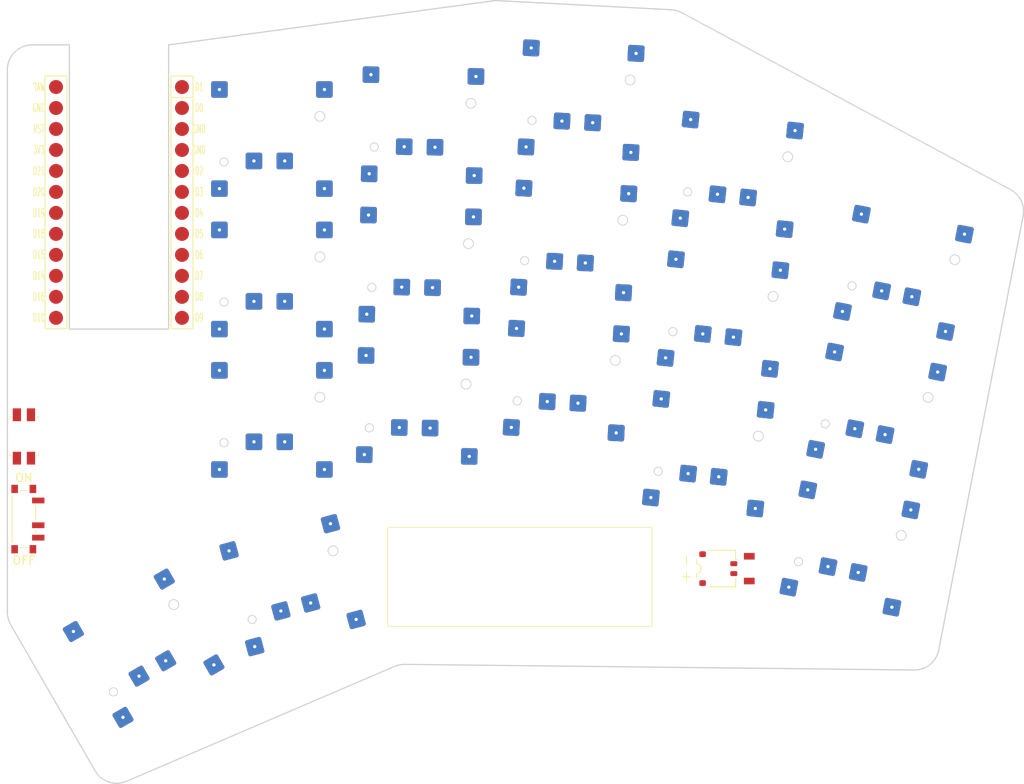
<source format=kicad_pcb>
(kicad_pcb (version 20240108) (generator "ergogen") (generator_version "4.1.0")
  (title_block (title "slimsplaydy_right_unrouted") (date "2025-05-27") (rev "v1.0.0") (company "Unknown"))
  (layers (0 "F.Cu" signal) (31 "B.Cu" signal) (34 "B.Paste" user) (35 "F.Paste" user) (36 "B.SilkS" user "B.Silkscreen") (37 "F.SilkS" user "F.Silkscreen") (38 "B.Mask" user) (39 "F.Mask" user) (44 "Edge.Cuts" user))
  (net 0 "")
  (net 1 "mirror_hand_pinky_bottom")
  (net 2 "GND")
  (net 3 "mirror_hand_pinky_home")
  (net 4 "mirror_hand_pinky_top")
  (net 5 "mirror_hand_ring_bottom")
  (net 6 "mirror_hand_ring_home")
  (net 7 "mirror_hand_ring_top")
  (net 8 "mirror_hand_middle_bottom")
  (net 9 "mirror_hand_middle_home")
  (net 10 "mirror_hand_middle_top")
  (net 11 "mirror_hand_index_bottom")
  (net 12 "mirror_hand_index_home")
  (net 13 "mirror_hand_index_top")
  (net 14 "mirror_hand_inner_bottom")
  (net 15 "mirror_hand_inner_home")
  (net 16 "mirror_hand_inner_top")
  (net 17 "mirror_thumb_near_fan")
  (net 18 "mirror_thumb_far_fan")
  (net 19 "RAW")
  (net 20 "RST")
  (net 21 "3V3")
  (net 22 "D21")
  (net 23 "P101")
  (net 24 "P102")
  (net 25 "P107")
  (net 26 "MCU1_24")
  (net 27 "MCU1_1")
  (net 28 "MCU1_23")
  (net 29 "MCU1_2")
  (net 30 "MCU1_22")
  (net 31 "MCU1_3")
  (net 32 "MCU1_21")
  (net 33 "MCU1_4")
  (net 34 "MCU1_20")
  (net 35 "MCU1_5")
  (net 36 "MCU1_19")
  (net 37 "MCU1_6")
  (net 38 "MCU1_18")
  (net 39 "MCU1_7")
  (net 40 "MCU1_17")
  (net 41 "MCU1_8")
  (net 42 "MCU1_16")
  (net 43 "MCU1_9")
  (net 44 "MCU1_15")
  (net 45 "MCU1_10")
  (net 46 "MCU1_14")
  (net 47 "MCU1_11")
  (net 48 "MCU1_13")
  (net 49 "MCU1_12")
  (net 50 "BAT_P")
  (footprint "PG1316S" (at 221.860257 0 -11) (layer "F.Cu")
    (property "Reference" "S1" hide)
    (fp_circle (center -5.8 2.75) (end -5.3 2.75) (stroke (width 0.1)) (fill none) (layer "Edge.Cuts"))
    (fp_circle (center 5.8 -2.75) (end 6.4 -2.75) (stroke (width 0.1)) (fill none) (layer "Edge.Cuts"))
    (pad "1" thru_hole roundrect (at -2.175 2.65 -11) (size 2 2) (drill 0.4) (layers "F.Cu" "F.Paste" "F.Mask") (roundrect_rratio 0.125) (net 1 "mirror_hand_pinky_bottom"))
    (pad "2" thru_hole roundrect (at 1.55 2.65 -11) (size 2 2) (drill 0.4) (layers "F.Cu" "F.Paste" "F.Mask") (roundrect_rratio 0.125) (net 2 "GND"))
    (pad "3" thru_hole roundrect (at -6.35 -6 -11) (size 2 2) (drill 0.4) (layers "F.Cu" "F.Paste" "F.Mask") (roundrect_rratio 0.125))
    (pad "3" thru_hole roundrect (at -6.35 6 -11) (size 2 2) (drill 0.4) (layers "F.Cu" "F.Paste" "F.Mask") (roundrect_rratio 0.125))
    (pad "3" thru_hole roundrect (at 6.35 -6 -11) (size 2 2) (drill 0.4) (layers "F.Cu" "F.Paste" "F.Mask") (roundrect_rratio 0.125))
    (pad "3" thru_hole roundrect (at 6.35 6 -11) (size 2 2) (drill 0.4) (layers "F.Cu" "F.Paste" "F.Mask") (roundrect_rratio 0.125))
  )
  (footprint "PG1316S" (at 225.1040099 -16.6876621 -11) (layer "F.Cu")
    (property "Reference" "S2" hide)
    (fp_circle (center -5.8 2.75) (end -5.3 2.75) (stroke (width 0.1)) (fill none) (layer "Edge.Cuts"))
    (fp_circle (center 5.8 -2.75) (end 6.4 -2.75) (stroke (width 0.1)) (fill none) (layer "Edge.Cuts"))
    (pad "1" thru_hole roundrect (at -2.175 2.65 -11) (size 2 2) (drill 0.4) (layers "F.Cu" "F.Paste" "F.Mask") (roundrect_rratio 0.125) (net 3 "mirror_hand_pinky_home"))
    (pad "2" thru_hole roundrect (at 1.55 2.65 -11) (size 2 2) (drill 0.4) (layers "F.Cu" "F.Paste" "F.Mask") (roundrect_rratio 0.125) (net 2 "GND"))
    (pad "3" thru_hole roundrect (at -6.35 -6 -11) (size 2 2) (drill 0.4) (layers "F.Cu" "F.Paste" "F.Mask") (roundrect_rratio 0.125))
    (pad "3" thru_hole roundrect (at -6.35 6 -11) (size 2 2) (drill 0.4) (layers "F.Cu" "F.Paste" "F.Mask") (roundrect_rratio 0.125))
    (pad "3" thru_hole roundrect (at 6.35 -6 -11) (size 2 2) (drill 0.4) (layers "F.Cu" "F.Paste" "F.Mask") (roundrect_rratio 0.125))
    (pad "3" thru_hole roundrect (at 6.35 6 -11) (size 2 2) (drill 0.4) (layers "F.Cu" "F.Paste" "F.Mask") (roundrect_rratio 0.125))
  )
  (footprint "PG1316S" (at 228.3477628 -33.3753242 -11) (layer "F.Cu")
    (property "Reference" "S3" hide)
    (fp_circle (center -5.8 2.75) (end -5.3 2.75) (stroke (width 0.1)) (fill none) (layer "Edge.Cuts"))
    (fp_circle (center 5.8 -2.75) (end 6.4 -2.75) (stroke (width 0.1)) (fill none) (layer "Edge.Cuts"))
    (pad "1" thru_hole roundrect (at -2.175 2.65 -11) (size 2 2) (drill 0.4) (layers "F.Cu" "F.Paste" "F.Mask") (roundrect_rratio 0.125) (net 4 "mirror_hand_pinky_top"))
    (pad "2" thru_hole roundrect (at 1.55 2.65 -11) (size 2 2) (drill 0.4) (layers "F.Cu" "F.Paste" "F.Mask") (roundrect_rratio 0.125) (net 2 "GND"))
    (pad "3" thru_hole roundrect (at -6.35 -6 -11) (size 2 2) (drill 0.4) (layers "F.Cu" "F.Paste" "F.Mask") (roundrect_rratio 0.125))
    (pad "3" thru_hole roundrect (at -6.35 6 -11) (size 2 2) (drill 0.4) (layers "F.Cu" "F.Paste" "F.Mask") (roundrect_rratio 0.125))
    (pad "3" thru_hole roundrect (at 6.35 -6 -11) (size 2 2) (drill 0.4) (layers "F.Cu" "F.Paste" "F.Mask") (roundrect_rratio 0.125))
    (pad "3" thru_hole roundrect (at 6.35 6 -11) (size 2 2) (drill 0.4) (layers "F.Cu" "F.Paste" "F.Mask") (roundrect_rratio 0.125))
  )
  (footprint "PG1316S" (at 204.73581249999998 -11.4783884 -6) (layer "F.Cu")
    (property "Reference" "S4" hide)
    (fp_circle (center -5.8 2.75) (end -5.3 2.75) (stroke (width 0.1)) (fill none) (layer "Edge.Cuts"))
    (fp_circle (center 5.8 -2.75) (end 6.4 -2.75) (stroke (width 0.1)) (fill none) (layer "Edge.Cuts"))
    (pad "1" thru_hole roundrect (at -2.175 2.65 -6) (size 2 2) (drill 0.4) (layers "F.Cu" "F.Paste" "F.Mask") (roundrect_rratio 0.125) (net 5 "mirror_hand_ring_bottom"))
    (pad "2" thru_hole roundrect (at 1.55 2.65 -6) (size 2 2) (drill 0.4) (layers "F.Cu" "F.Paste" "F.Mask") (roundrect_rratio 0.125) (net 2 "GND"))
    (pad "3" thru_hole roundrect (at -6.35 -6 -6) (size 2 2) (drill 0.4) (layers "F.Cu" "F.Paste" "F.Mask") (roundrect_rratio 0.125))
    (pad "3" thru_hole roundrect (at -6.35 6 -6) (size 2 2) (drill 0.4) (layers "F.Cu" "F.Paste" "F.Mask") (roundrect_rratio 0.125))
    (pad "3" thru_hole roundrect (at 6.35 -6 -6) (size 2 2) (drill 0.4) (layers "F.Cu" "F.Paste" "F.Mask") (roundrect_rratio 0.125))
    (pad "3" thru_hole roundrect (at 6.35 6 -6) (size 2 2) (drill 0.4) (layers "F.Cu" "F.Paste" "F.Mask") (roundrect_rratio 0.125))
  )
  (footprint "PG1316S" (at 206.51279639999998 -28.3852606 -6) (layer "F.Cu")
    (property "Reference" "S5" hide)
    (fp_circle (center -5.8 2.75) (end -5.3 2.75) (stroke (width 0.1)) (fill none) (layer "Edge.Cuts"))
    (fp_circle (center 5.8 -2.75) (end 6.4 -2.75) (stroke (width 0.1)) (fill none) (layer "Edge.Cuts"))
    (pad "1" thru_hole roundrect (at -2.175 2.65 -6) (size 2 2) (drill 0.4) (layers "F.Cu" "F.Paste" "F.Mask") (roundrect_rratio 0.125) (net 6 "mirror_hand_ring_home"))
    (pad "2" thru_hole roundrect (at 1.55 2.65 -6) (size 2 2) (drill 0.4) (layers "F.Cu" "F.Paste" "F.Mask") (roundrect_rratio 0.125) (net 2 "GND"))
    (pad "3" thru_hole roundrect (at -6.35 -6 -6) (size 2 2) (drill 0.4) (layers "F.Cu" "F.Paste" "F.Mask") (roundrect_rratio 0.125))
    (pad "3" thru_hole roundrect (at -6.35 6 -6) (size 2 2) (drill 0.4) (layers "F.Cu" "F.Paste" "F.Mask") (roundrect_rratio 0.125))
    (pad "3" thru_hole roundrect (at 6.35 -6 -6) (size 2 2) (drill 0.4) (layers "F.Cu" "F.Paste" "F.Mask") (roundrect_rratio 0.125))
    (pad "3" thru_hole roundrect (at 6.35 6 -6) (size 2 2) (drill 0.4) (layers "F.Cu" "F.Paste" "F.Mask") (roundrect_rratio 0.125))
  )
  (footprint "PG1316S" (at 208.2897803 -45.2921329 -6) (layer "F.Cu")
    (property "Reference" "S6" hide)
    (fp_circle (center -5.8 2.75) (end -5.3 2.75) (stroke (width 0.1)) (fill none) (layer "Edge.Cuts"))
    (fp_circle (center 5.8 -2.75) (end 6.4 -2.75) (stroke (width 0.1)) (fill none) (layer "Edge.Cuts"))
    (pad "1" thru_hole roundrect (at -2.175 2.65 -6) (size 2 2) (drill 0.4) (layers "F.Cu" "F.Paste" "F.Mask") (roundrect_rratio 0.125) (net 7 "mirror_hand_ring_top"))
    (pad "2" thru_hole roundrect (at 1.55 2.65 -6) (size 2 2) (drill 0.4) (layers "F.Cu" "F.Paste" "F.Mask") (roundrect_rratio 0.125) (net 2 "GND"))
    (pad "3" thru_hole roundrect (at -6.35 -6 -6) (size 2 2) (drill 0.4) (layers "F.Cu" "F.Paste" "F.Mask") (roundrect_rratio 0.125))
    (pad "3" thru_hole roundrect (at -6.35 6 -6) (size 2 2) (drill 0.4) (layers "F.Cu" "F.Paste" "F.Mask") (roundrect_rratio 0.125))
    (pad "3" thru_hole roundrect (at 6.35 -6 -6) (size 2 2) (drill 0.4) (layers "F.Cu" "F.Paste" "F.Mask") (roundrect_rratio 0.125))
    (pad "3" thru_hole roundrect (at 6.35 6 -6) (size 2 2) (drill 0.4) (layers "F.Cu" "F.Paste" "F.Mask") (roundrect_rratio 0.125))
  )
  (footprint "PG1316S" (at 187.56611759999998 -20.321554 -3) (layer "F.Cu")
    (property "Reference" "S7" hide)
    (fp_circle (center -5.8 2.75) (end -5.3 2.75) (stroke (width 0.1)) (fill none) (layer "Edge.Cuts"))
    (fp_circle (center 5.8 -2.75) (end 6.4 -2.75) (stroke (width 0.1)) (fill none) (layer "Edge.Cuts"))
    (pad "1" thru_hole roundrect (at -2.175 2.65 -3) (size 2 2) (drill 0.4) (layers "F.Cu" "F.Paste" "F.Mask") (roundrect_rratio 0.125) (net 8 "mirror_hand_middle_bottom"))
    (pad "2" thru_hole roundrect (at 1.55 2.65 -3) (size 2 2) (drill 0.4) (layers "F.Cu" "F.Paste" "F.Mask") (roundrect_rratio 0.125) (net 2 "GND"))
    (pad "3" thru_hole roundrect (at -6.35 -6 -3) (size 2 2) (drill 0.4) (layers "F.Cu" "F.Paste" "F.Mask") (roundrect_rratio 0.125))
    (pad "3" thru_hole roundrect (at -6.35 6 -3) (size 2 2) (drill 0.4) (layers "F.Cu" "F.Paste" "F.Mask") (roundrect_rratio 0.125))
    (pad "3" thru_hole roundrect (at 6.35 -6 -3) (size 2 2) (drill 0.4) (layers "F.Cu" "F.Paste" "F.Mask") (roundrect_rratio 0.125))
    (pad "3" thru_hole roundrect (at 6.35 6 -3) (size 2 2) (drill 0.4) (layers "F.Cu" "F.Paste" "F.Mask") (roundrect_rratio 0.125))
  )
  (footprint "PG1316S" (at 188.4558288 -37.2982561 -3) (layer "F.Cu")
    (property "Reference" "S8" hide)
    (fp_circle (center -5.8 2.75) (end -5.3 2.75) (stroke (width 0.1)) (fill none) (layer "Edge.Cuts"))
    (fp_circle (center 5.8 -2.75) (end 6.4 -2.75) (stroke (width 0.1)) (fill none) (layer "Edge.Cuts"))
    (pad "1" thru_hole roundrect (at -2.175 2.65 -3) (size 2 2) (drill 0.4) (layers "F.Cu" "F.Paste" "F.Mask") (roundrect_rratio 0.125) (net 9 "mirror_hand_middle_home"))
    (pad "2" thru_hole roundrect (at 1.55 2.65 -3) (size 2 2) (drill 0.4) (layers "F.Cu" "F.Paste" "F.Mask") (roundrect_rratio 0.125) (net 2 "GND"))
    (pad "3" thru_hole roundrect (at -6.35 -6 -3) (size 2 2) (drill 0.4) (layers "F.Cu" "F.Paste" "F.Mask") (roundrect_rratio 0.125))
    (pad "3" thru_hole roundrect (at -6.35 6 -3) (size 2 2) (drill 0.4) (layers "F.Cu" "F.Paste" "F.Mask") (roundrect_rratio 0.125))
    (pad "3" thru_hole roundrect (at 6.35 -6 -3) (size 2 2) (drill 0.4) (layers "F.Cu" "F.Paste" "F.Mask") (roundrect_rratio 0.125))
    (pad "3" thru_hole roundrect (at 6.35 6 -3) (size 2 2) (drill 0.4) (layers "F.Cu" "F.Paste" "F.Mask") (roundrect_rratio 0.125))
  )
  (footprint "PG1316S" (at 189.3455401 -54.2749582 -3) (layer "F.Cu")
    (property "Reference" "S9" hide)
    (fp_circle (center -5.8 2.75) (end -5.3 2.75) (stroke (width 0.1)) (fill none) (layer "Edge.Cuts"))
    (fp_circle (center 5.8 -2.75) (end 6.4 -2.75) (stroke (width 0.1)) (fill none) (layer "Edge.Cuts"))
    (pad "1" thru_hole roundrect (at -2.175 2.65 -3) (size 2 2) (drill 0.4) (layers "F.Cu" "F.Paste" "F.Mask") (roundrect_rratio 0.125) (net 10 "mirror_hand_middle_top"))
    (pad "2" thru_hole roundrect (at 1.55 2.65 -3) (size 2 2) (drill 0.4) (layers "F.Cu" "F.Paste" "F.Mask") (roundrect_rratio 0.125) (net 2 "GND"))
    (pad "3" thru_hole roundrect (at -6.35 -6 -3) (size 2 2) (drill 0.4) (layers "F.Cu" "F.Paste" "F.Mask") (roundrect_rratio 0.125))
    (pad "3" thru_hole roundrect (at -6.35 6 -3) (size 2 2) (drill 0.4) (layers "F.Cu" "F.Paste" "F.Mask") (roundrect_rratio 0.125))
    (pad "3" thru_hole roundrect (at 6.35 -6 -3) (size 2 2) (drill 0.4) (layers "F.Cu" "F.Paste" "F.Mask") (roundrect_rratio 0.125))
    (pad "3" thru_hole roundrect (at 6.35 6 -3) (size 2 2) (drill 0.4) (layers "F.Cu" "F.Paste" "F.Mask") (roundrect_rratio 0.125))
  )
  (footprint "PG1316S" (at 169.581168 -17.2586158 -1) (layer "F.Cu")
    (property "Reference" "S10" hide)
    (fp_circle (center -5.8 2.75) (end -5.3 2.75) (stroke (width 0.1)) (fill none) (layer "Edge.Cuts"))
    (fp_circle (center 5.8 -2.75) (end 6.4 -2.75) (stroke (width 0.1)) (fill none) (layer "Edge.Cuts"))
    (pad "1" thru_hole roundrect (at -2.175 2.65 -1) (size 2 2) (drill 0.4) (layers "F.Cu" "F.Paste" "F.Mask") (roundrect_rratio 0.125) (net 11 "mirror_hand_index_bottom"))
    (pad "2" thru_hole roundrect (at 1.55 2.65 -1) (size 2 2) (drill 0.4) (layers "F.Cu" "F.Paste" "F.Mask") (roundrect_rratio 0.125) (net 2 "GND"))
    (pad "3" thru_hole roundrect (at -6.35 -6 -1) (size 2 2) (drill 0.4) (layers "F.Cu" "F.Paste" "F.Mask") (roundrect_rratio 0.125))
    (pad "3" thru_hole roundrect (at -6.35 6 -1) (size 2 2) (drill 0.4) (layers "F.Cu" "F.Paste" "F.Mask") (roundrect_rratio 0.125))
    (pad "3" thru_hole roundrect (at 6.35 -6 -1) (size 2 2) (drill 0.4) (layers "F.Cu" "F.Paste" "F.Mask") (roundrect_rratio 0.125))
    (pad "3" thru_hole roundrect (at 6.35 6 -1) (size 2 2) (drill 0.4) (layers "F.Cu" "F.Paste" "F.Mask") (roundrect_rratio 0.125))
  )
  (footprint "PG1316S" (at 169.877859 -34.2560266 -1) (layer "F.Cu")
    (property "Reference" "S11" hide)
    (fp_circle (center -5.8 2.75) (end -5.3 2.75) (stroke (width 0.1)) (fill none) (layer "Edge.Cuts"))
    (fp_circle (center 5.8 -2.75) (end 6.4 -2.75) (stroke (width 0.1)) (fill none) (layer "Edge.Cuts"))
    (pad "1" thru_hole roundrect (at -2.175 2.65 -1) (size 2 2) (drill 0.4) (layers "F.Cu" "F.Paste" "F.Mask") (roundrect_rratio 0.125) (net 12 "mirror_hand_index_home"))
    (pad "2" thru_hole roundrect (at 1.55 2.65 -1) (size 2 2) (drill 0.4) (layers "F.Cu" "F.Paste" "F.Mask") (roundrect_rratio 0.125) (net 2 "GND"))
    (pad "3" thru_hole roundrect (at -6.35 -6 -1) (size 2 2) (drill 0.4) (layers "F.Cu" "F.Paste" "F.Mask") (roundrect_rratio 0.125))
    (pad "3" thru_hole roundrect (at -6.35 6 -1) (size 2 2) (drill 0.4) (layers "F.Cu" "F.Paste" "F.Mask") (roundrect_rratio 0.125))
    (pad "3" thru_hole roundrect (at 6.35 -6 -1) (size 2 2) (drill 0.4) (layers "F.Cu" "F.Paste" "F.Mask") (roundrect_rratio 0.125))
    (pad "3" thru_hole roundrect (at 6.35 6 -1) (size 2 2) (drill 0.4) (layers "F.Cu" "F.Paste" "F.Mask") (roundrect_rratio 0.125))
  )
  (footprint "PG1316S" (at 170.1745499 -51.2534375 -1) (layer "F.Cu")
    (property "Reference" "S12" hide)
    (fp_circle (center -5.8 2.75) (end -5.3 2.75) (stroke (width 0.1)) (fill none) (layer "Edge.Cuts"))
    (fp_circle (center 5.8 -2.75) (end 6.4 -2.75) (stroke (width 0.1)) (fill none) (layer "Edge.Cuts"))
    (pad "1" thru_hole roundrect (at -2.175 2.65 -1) (size 2 2) (drill 0.4) (layers "F.Cu" "F.Paste" "F.Mask") (roundrect_rratio 0.125) (net 13 "mirror_hand_index_top"))
    (pad "2" thru_hole roundrect (at 1.55 2.65 -1) (size 2 2) (drill 0.4) (layers "F.Cu" "F.Paste" "F.Mask") (roundrect_rratio 0.125) (net 2 "GND"))
    (pad "3" thru_hole roundrect (at -6.35 -6 -1) (size 2 2) (drill 0.4) (layers "F.Cu" "F.Paste" "F.Mask") (roundrect_rratio 0.125))
    (pad "3" thru_hole roundrect (at -6.35 6 -1) (size 2 2) (drill 0.4) (layers "F.Cu" "F.Paste" "F.Mask") (roundrect_rratio 0.125))
    (pad "3" thru_hole roundrect (at 6.35 -6 -1) (size 2 2) (drill 0.4) (layers "F.Cu" "F.Paste" "F.Mask") (roundrect_rratio 0.125))
    (pad "3" thru_hole roundrect (at 6.35 6 -1) (size 2 2) (drill 0.4) (layers "F.Cu" "F.Paste" "F.Mask") (roundrect_rratio 0.125))
  )
  (footprint "PG1316S" (at 151.9489438 -15.5660828 0) (layer "F.Cu")
    (property "Reference" "S13" hide)
    (fp_circle (center -5.8 2.75) (end -5.3 2.75) (stroke (width 0.1)) (fill none) (layer "Edge.Cuts"))
    (fp_circle (center 5.8 -2.75) (end 6.4 -2.75) (stroke (width 0.1)) (fill none) (layer "Edge.Cuts"))
    (pad "1" thru_hole roundrect (at -2.175 2.65 0) (size 2 2) (drill 0.4) (layers "F.Cu" "F.Paste" "F.Mask") (roundrect_rratio 0.125) (net 14 "mirror_hand_inner_bottom"))
    (pad "2" thru_hole roundrect (at 1.55 2.65 0) (size 2 2) (drill 0.4) (layers "F.Cu" "F.Paste" "F.Mask") (roundrect_rratio 0.125) (net 2 "GND"))
    (pad "3" thru_hole roundrect (at -6.35 -6 0) (size 2 2) (drill 0.4) (layers "F.Cu" "F.Paste" "F.Mask") (roundrect_rratio 0.125))
    (pad "3" thru_hole roundrect (at -6.35 6 0) (size 2 2) (drill 0.4) (layers "F.Cu" "F.Paste" "F.Mask") (roundrect_rratio 0.125))
    (pad "3" thru_hole roundrect (at 6.35 -6 0) (size 2 2) (drill 0.4) (layers "F.Cu" "F.Paste" "F.Mask") (roundrect_rratio 0.125))
    (pad "3" thru_hole roundrect (at 6.35 6 0) (size 2 2) (drill 0.4) (layers "F.Cu" "F.Paste" "F.Mask") (roundrect_rratio 0.125))
  )
  (footprint "PG1316S" (at 151.9489438 -32.5660828 0) (layer "F.Cu")
    (property "Reference" "S14" hide)
    (fp_circle (center -5.8 2.75) (end -5.3 2.75) (stroke (width 0.1)) (fill none) (layer "Edge.Cuts"))
    (fp_circle (center 5.8 -2.75) (end 6.4 -2.75) (stroke (width 0.1)) (fill none) (layer "Edge.Cuts"))
    (pad "1" thru_hole roundrect (at -2.175 2.65 0) (size 2 2) (drill 0.4) (layers "F.Cu" "F.Paste" "F.Mask") (roundrect_rratio 0.125) (net 15 "mirror_hand_inner_home"))
    (pad "2" thru_hole roundrect (at 1.55 2.65 0) (size 2 2) (drill 0.4) (layers "F.Cu" "F.Paste" "F.Mask") (roundrect_rratio 0.125) (net 2 "GND"))
    (pad "3" thru_hole roundrect (at -6.35 -6 0) (size 2 2) (drill 0.4) (layers "F.Cu" "F.Paste" "F.Mask") (roundrect_rratio 0.125))
    (pad "3" thru_hole roundrect (at -6.35 6 0) (size 2 2) (drill 0.4) (layers "F.Cu" "F.Paste" "F.Mask") (roundrect_rratio 0.125))
    (pad "3" thru_hole roundrect (at 6.35 -6 0) (size 2 2) (drill 0.4) (layers "F.Cu" "F.Paste" "F.Mask") (roundrect_rratio 0.125))
    (pad "3" thru_hole roundrect (at 6.35 6 0) (size 2 2) (drill 0.4) (layers "F.Cu" "F.Paste" "F.Mask") (roundrect_rratio 0.125))
  )
  (footprint "PG1316S" (at 151.9489438 -49.5660828 0) (layer "F.Cu")
    (property "Reference" "S15" hide)
    (fp_circle (center -5.8 2.75) (end -5.3 2.75) (stroke (width 0.1)) (fill none) (layer "Edge.Cuts"))
    (fp_circle (center 5.8 -2.75) (end 6.4 -2.75) (stroke (width 0.1)) (fill none) (layer "Edge.Cuts"))
    (pad "1" thru_hole roundrect (at -2.175 2.65 0) (size 2 2) (drill 0.4) (layers "F.Cu" "F.Paste" "F.Mask") (roundrect_rratio 0.125) (net 16 "mirror_hand_inner_top"))
    (pad "2" thru_hole roundrect (at 1.55 2.65 0) (size 2 2) (drill 0.4) (layers "F.Cu" "F.Paste" "F.Mask") (roundrect_rratio 0.125) (net 2 "GND"))
    (pad "3" thru_hole roundrect (at -6.35 -6 0) (size 2 2) (drill 0.4) (layers "F.Cu" "F.Paste" "F.Mask") (roundrect_rratio 0.125))
    (pad "3" thru_hole roundrect (at -6.35 6 0) (size 2 2) (drill 0.4) (layers "F.Cu" "F.Paste" "F.Mask") (roundrect_rratio 0.125))
    (pad "3" thru_hole roundrect (at 6.35 -6 0) (size 2 2) (drill 0.4) (layers "F.Cu" "F.Paste" "F.Mask") (roundrect_rratio 0.125))
    (pad "3" thru_hole roundrect (at 6.35 6 0) (size 2 2) (drill 0.4) (layers "F.Cu" "F.Paste" "F.Mask") (roundrect_rratio 0.125))
  )
  (footprint "PG1316S" (at 154.4489438 4.4339172 15) (layer "F.Cu")
    (property "Reference" "S16" hide)
    (fp_circle (center -5.8 2.75) (end -5.3 2.75) (stroke (width 0.1)) (fill none) (layer "Edge.Cuts"))
    (fp_circle (center 5.8 -2.75) (end 6.4 -2.75) (stroke (width 0.1)) (fill none) (layer "Edge.Cuts"))
    (pad "1" thru_hole roundrect (at -2.175 2.65 15) (size 2 2) (drill 0.4) (layers "F.Cu" "F.Paste" "F.Mask") (roundrect_rratio 0.125) (net 17 "mirror_thumb_near_fan"))
    (pad "2" thru_hole roundrect (at 1.55 2.65 15) (size 2 2) (drill 0.4) (layers "F.Cu" "F.Paste" "F.Mask") (roundrect_rratio 0.125) (net 2 "GND"))
    (pad "3" thru_hole roundrect (at -6.35 -6 15) (size 2 2) (drill 0.4) (layers "F.Cu" "F.Paste" "F.Mask") (roundrect_rratio 0.125))
    (pad "3" thru_hole roundrect (at -6.35 6 15) (size 2 2) (drill 0.4) (layers "F.Cu" "F.Paste" "F.Mask") (roundrect_rratio 0.125))
    (pad "3" thru_hole roundrect (at 6.35 -6 15) (size 2 2) (drill 0.4) (layers "F.Cu" "F.Paste" "F.Mask") (roundrect_rratio 0.125))
    (pad "3" thru_hole roundrect (at 6.35 6 15) (size 2 2) (drill 0.4) (layers "F.Cu" "F.Paste" "F.Mask") (roundrect_rratio 0.125))
  )
  (footprint "PG1316S" (at 136.4301285 12.0658917 30) (layer "F.Cu")
    (property "Reference" "S17" hide)
    (fp_circle (center -5.8 2.75) (end -5.3 2.75) (stroke (width 0.1)) (fill none) (layer "Edge.Cuts"))
    (fp_circle (center 5.8 -2.75) (end 6.4 -2.75) (stroke (width 0.1)) (fill none) (layer "Edge.Cuts"))
    (pad "1" thru_hole roundrect (at -2.175 2.65 30) (size 2 2) (drill 0.4) (layers "F.Cu" "F.Paste" "F.Mask") (roundrect_rratio 0.125) (net 18 "mirror_thumb_far_fan"))
    (pad "2" thru_hole roundrect (at 1.55 2.65 30) (size 2 2) (drill 0.4) (layers "F.Cu" "F.Paste" "F.Mask") (roundrect_rratio 0.125) (net 2 "GND"))
    (pad "3" thru_hole roundrect (at -6.35 -6 30) (size 2 2) (drill 0.4) (layers "F.Cu" "F.Paste" "F.Mask") (roundrect_rratio 0.125))
    (pad "3" thru_hole roundrect (at -6.35 6 30) (size 2 2) (drill 0.4) (layers "F.Cu" "F.Paste" "F.Mask") (roundrect_rratio 0.125))
    (pad "3" thru_hole roundrect (at 6.35 -6 30) (size 2 2) (drill 0.4) (layers "F.Cu" "F.Paste" "F.Mask") (roundrect_rratio 0.125))
    (pad "3" thru_hole roundrect (at 6.35 6 30) (size 2 2) (drill 0.4) (layers "F.Cu" "F.Paste" "F.Mask") (roundrect_rratio 0.125))
  )
  (footprint "ceoloide:mcu_nice_nano" (layer "F.Cu") (at 133.4489438 -43.1660828 0)
    (property "Reference" "MCU1" hide)
    (pad "24" smd circle (at -7.62 -12.7 0) (size 1.7 1.7) (drill 1) (layers "F.Cu" "F.Mask" "F.Paste") (net 19 "RAW"))
    (pad "1" smd circle (at 7.62 -12.7 0) (size 1.7 1.7) (drill 1) (layers "F.Cu" "F.Mask" "F.Paste") (net 10 "mirror_hand_middle_top"))
    (fp_text user "RAW" (at -9.7 -12.7 0) (layer "F.SilkS") (effects (font (size 1 .5) (thickness 0.1))))
    (fp_text user "D1" (at 9.7 -12.7 0) (layer "F.SilkS") (effects (font (size 1 .5) (thickness 0.1))))
    (pad "23" smd circle (at -7.62 -10.16 0) (size 1.7 1.7) (drill 1) (layers "F.Cu" "F.Mask" "F.Paste") (net 2 "GND"))
    (pad "2" smd circle (at 7.62 -10.16 0) (size 1.7 1.7) (drill 1) (layers "F.Cu" "F.Mask" "F.Paste") (net 13 "mirror_hand_index_top"))
    (fp_text user "GND" (at -9.7 -10.16 0) (layer "F.SilkS") (effects (font (size 1 .5) (thickness 0.1))))
    (fp_text user "D0" (at 9.7 -10.16 0) (layer "F.SilkS") (effects (font (size 1 .5) (thickness 0.1))))
    (pad "22" smd circle (at -7.62 -7.619999999999999 0) (size 1.7 1.7) (drill 1) (layers "F.Cu" "F.Mask" "F.Paste") (net 20 "RST"))
    (pad "3" smd circle (at 7.62 -7.619999999999999 0) (size 1.7 1.7) (drill 1) (layers "F.Cu" "F.Mask" "F.Paste") (net 2 "GND"))
    (fp_text user "RST" (at -9.7 -7.619999999999999 0) (layer "F.SilkS") (effects (font (size 1 .5) (thickness 0.1))))
    (fp_text user "GND" (at 9.7 -7.619999999999999 0) (layer "F.SilkS") (effects (font (size 1 .5) (thickness 0.1))))
    (pad "21" smd circle (at -7.62 -5.079999999999999 0) (size 1.7 1.7) (drill 1) (layers "F.Cu" "F.Mask" "F.Paste") (net 21 "3V3"))
    (pad "4" smd circle (at 7.62 -5.079999999999999 0) (size 1.7 1.7) (drill 1) (layers "F.Cu" "F.Mask" "F.Paste") (net 2 "GND"))
    (fp_text user "3V3" (at -9.7 -5.079999999999999 0) (layer "F.SilkS") (effects (font (size 1 .5) (thickness 0.1))))
    (fp_text user "GND" (at 9.7 -5.079999999999999 0) (layer "F.SilkS") (effects (font (size 1 .5) (thickness 0.1))))
    (pad "20" smd circle (at -7.62 -2.539999999999999 0) (size 1.7 1.7) (drill 1) (layers "F.Cu" "F.Mask" "F.Paste") (net 22 "D21"))
    (pad "5" smd circle (at 7.62 -2.539999999999999 0) (size 1.7 1.7) (drill 1) (layers "F.Cu" "F.Mask" "F.Paste") (net 16 "mirror_hand_inner_top"))
    (fp_text user "D21" (at -9.7 -2.539999999999999 0) (layer "F.SilkS") (effects (font (size 1 .5) (thickness 0.1))))
    (fp_text user "D2" (at 9.7 -2.539999999999999 0) (layer "F.SilkS") (effects (font (size 1 .5) (thickness 0.1))))
    (pad "19" smd circle (at -7.62 0 0) (size 1.7 1.7) (drill 1) (layers "F.Cu" "F.Mask" "F.Paste") (net 18 "mirror_thumb_far_fan"))
    (pad "6" smd circle (at 7.62 0 0) (size 1.7 1.7) (drill 1) (layers "F.Cu" "F.Mask" "F.Paste") (net 7 "mirror_hand_ring_top"))
    (fp_text user "D20" (at -9.7 0 0) (layer "F.SilkS") (effects (font (size 1 .5) (thickness 0.1))))
    (fp_text user "D3" (at 9.7 0 0) (layer "F.SilkS") (effects (font (size 1 .5) (thickness 0.1))))
    (pad "18" smd circle (at -7.62 2.540000000000001 0) (size 1.7 1.7) (drill 1) (layers "F.Cu" "F.Mask" "F.Paste") (net 17 "mirror_thumb_near_fan"))
    (pad "7" smd circle (at 7.62 2.540000000000001 0) (size 1.7 1.7) (drill 1) (layers "F.Cu" "F.Mask" "F.Paste") (net 4 "mirror_hand_pinky_top"))
    (fp_text user "D19" (at -9.7 2.540000000000001 0) (layer "F.SilkS") (effects (font (size 1 .5) (thickness 0.1))))
    (fp_text user "D4" (at 9.7 2.540000000000001 0) (layer "F.SilkS") (effects (font (size 1 .5) (thickness 0.1))))
    (pad "17" smd circle (at -7.62 5.080000000000002 0) (size 1.7 1.7) (drill 1) (layers "F.Cu" "F.Mask" "F.Paste") (net 5 "mirror_hand_ring_bottom"))
    (pad "8" smd circle (at 7.62 5.080000000000002 0) (size 1.7 1.7) (drill 1) (layers "F.Cu" "F.Mask" "F.Paste") (net 9 "mirror_hand_middle_home"))
    (fp_text user "D18" (at -9.7 5.080000000000002 0) (layer "F.SilkS") (effects (font (size 1 .5) (thickness 0.1))))
    (fp_text user "D5" (at 9.7 5.080000000000002 0) (layer "F.SilkS") (effects (font (size 1 .5) (thickness 0.1))))
    (pad "16" smd circle (at -7.62 7.620000000000001 0) (size 1.7 1.7) (drill 1) (layers "F.Cu" "F.Mask" "F.Paste") (net 14 "mirror_hand_inner_bottom"))
    (pad "9" smd circle (at 7.62 7.620000000000001 0) (size 1.7 1.7) (drill 1) (layers "F.Cu" "F.Mask" "F.Paste") (net 12 "mirror_hand_index_home"))
    (fp_text user "D15" (at -9.7 7.620000000000001 0) (layer "F.SilkS") (effects (font (size 1 .5) (thickness 0.1))))
    (fp_text user "D6" (at 9.7 7.620000000000001 0) (layer "F.SilkS") (effects (font (size 1 .5) (thickness 0.1))))
    (pad "15" smd circle (at -7.62 10.16 0) (size 1.7 1.7) (drill 1) (layers "F.Cu" "F.Mask" "F.Paste") (net 11 "mirror_hand_index_bottom"))
    (pad "10" smd circle (at 7.62 10.16 0) (size 1.7 1.7) (drill 1) (layers "F.Cu" "F.Mask" "F.Paste") (net 15 "mirror_hand_inner_home"))
    (fp_text user "D14" (at -9.7 10.16 0) (layer "F.SilkS") (effects (font (size 1 .5) (thickness 0.1))))
    (fp_text user "D7" (at 9.7 10.16 0) (layer "F.SilkS") (effects (font (size 1 .5) (thickness 0.1))))
    (pad "14" smd circle (at -7.62 12.7 0) (size 1.7 1.7) (drill 1) (layers "F.Cu" "F.Mask" "F.Paste") (net 8 "mirror_hand_middle_bottom"))
    (pad "11" smd circle (at 7.62 12.7 0) (size 1.7 1.7) (drill 1) (layers "F.Cu" "F.Mask" "F.Paste") (net 6 "mirror_hand_ring_home"))
    (fp_text user "D16" (at -9.7 12.7 0) (layer "F.SilkS") (effects (font (size 1 .5) (thickness 0.1))))
    (fp_text user "D8" (at 9.7 12.7 0) (layer "F.SilkS") (effects (font (size 1 .5) (thickness 0.1))))
    (pad "13" smd circle (at -7.62 15.240000000000002 0) (size 1.7 1.7) (drill 1) (layers "F.Cu" "F.Mask" "F.Paste") (net 1 "mirror_hand_pinky_bottom"))
    (pad "12" smd circle (at 7.62 15.240000000000002 0) (size 1.7 1.7) (drill 1) (layers "F.Cu" "F.Mask" "F.Paste") (net 3 "mirror_hand_pinky_home"))
    (fp_text user "D10" (at -9.7 15.240000000000002 0) (layer "F.SilkS") (effects (font (size 1 .5) (thickness 0.1))))
    (fp_text user "D9" (at 9.7 15.240000000000002 0) (layer "F.SilkS") (effects (font (size 1 .5) (thickness 0.1))))
    (fp_line (start 6.29 -14.03) (end 8.95 -14.03) (layer "F.SilkS") (stroke (width 0.12)))
    (fp_line (start 6.29 -14.03) (end 6.29 16.57) (layer "F.SilkS") (stroke (width 0.12)))
    (fp_line (start 6.29 16.57) (end 8.95 16.57) (layer "F.SilkS") (stroke (width 0.12)))
    (fp_line (start -6.29 -14.03) (end -6.29 16.57) (layer "F.SilkS") (stroke (width 0.12)))
    (fp_line (start 8.95 -14.03) (end 8.95 16.57) (layer "F.SilkS") (stroke (width 0.12)))
    (fp_line (start -8.95 -14.03) (end -6.29 -14.03) (layer "F.SilkS") (stroke (width 0.12)))
    (fp_line (start -8.95 -14.03) (end -8.95 16.57) (layer "F.SilkS") (stroke (width 0.12)))
    (fp_line (start -8.95 16.57) (end -6.29 16.57) (layer "F.SilkS") (stroke (width 0.12)))
    (fp_line (start 6.29 -11.43) (end 8.95 -11.43) (layer "F.SilkS") (stroke (width 0.12)))
  )
  (footprint "ceoloide:power_switch_smd_side" (layer "F.Cu") (at 121.9489438 -3.5660828 -180)
    (property "Reference" "PWR1" hide)
    (pad "" smd rect (at 1.125 -3.65 -90) (size 1 0.8) (layers "F.Cu" "F.Paste" "F.Mask"))
    (pad "" smd rect (at -1.085 -3.65 -90) (size 1 0.8) (layers "F.Cu" "F.Paste" "F.Mask"))
    (pad "" smd rect (at -1.085 3.65 -90) (size 1 0.8) (layers "F.Cu" "F.Paste" "F.Mask"))
    (pad "" smd rect (at 1.125 3.65 -90) (size 1 0.8) (layers "F.Cu" "F.Paste" "F.Mask"))
    (pad "1" smd rect (at -1.735 2.25 -90) (size 0.7 1.5) (layers "F.Cu" "F.Paste" "F.Mask") (net 19 "RAW"))
    (pad "2" smd rect (at -1.735 -0.75 -90) (size 0.7 1.5) (layers "F.Cu" "F.Paste" "F.Mask") (net 50 "BAT_P"))
    (pad "3" smd rect (at -1.735 -2.25 -90) (size 0.7 1.5) (layers "F.Cu" "F.Paste" "F.Mask"))
    (fp_text user "ON" (at 0 5 -180) (layer "F.SilkS"))
    (fp_text user "OFF" (at 0 -5 -180) (layer "F.SilkS"))
    (fp_line (start 0.415 -3.45) (end -0.375 -3.45) (layer "F.SilkS") (stroke (width 0.12)))
    (fp_line (start -0.375 3.45) (end 0.415 3.45) (layer "F.SilkS") (stroke (width 0.12)))
    (fp_line (start -1.425 1.6) (end -1.425 -0.1) (layer "F.SilkS") (stroke (width 0.12)))
    (fp_line (start 1.425 2.85) (end 1.425 -2.85) (layer "F.SilkS") (stroke (width 0.12)))
    (fp_line (start -1.425 -1.4) (end -1.425 -1.6) (layer "F.SilkS") (stroke (width 0.12)))
    (pad "" np_thru_hole circle (at 0.025 -1.5 -90) (size 0.9 0.9) (drill 0.9) (layers "*.Cu" "*.Mask"))
    (pad "" np_thru_hole circle (at 0.025 1.5 -90) (size 0.9 0.9) (drill 0.9) (layers "*.Cu" "*.Mask"))
  )
  (footprint "ceoloide:reset_switch_smd_side" (layer "F.Cu") (at 121.9489438 -13.5660828 90)
    (property "Reference" "RST1" hide)
    (pad "1" smd rect (at 2.625 -0.85 270) (size 1.55 1) (layers "F.Cu" "F.Paste" "F.Mask") (net 2 "GND"))
    (pad "2" smd rect (at 2.625 0.85 270) (size 1.55 1) (layers "F.Cu" "F.Paste" "F.Mask") (net 20 "RST"))
    (pad "3" smd rect (at -2.625 -0.85 270) (size 1.55 1) (layers "F.Cu" "F.Paste" "F.Mask") (net 2 "GND"))
    (pad "4" smd rect (at -2.625 0.85 270) (size 1.55 1) (layers "F.Cu" "F.Paste" "F.Mask") (net 20 "RST"))
    (fp_line (start -2.35 -1.5) (end -2.35 -1.75) (stroke (width 0.1)) (layer "F.SilkS"))
    (fp_line (start -2.35 1.5) (end -2.35 1.75) (stroke (width 0.1)) (layer "F.SilkS"))
    (fp_line (start -2.1 -1.75) (end -2.35 -1.75) (stroke (width 0.1)) (layer "F.SilkS"))
    (fp_line (start -2.1 1.75) (end -2.35 1.75) (stroke (width 0.1)) (layer "F.SilkS"))
    (fp_line (start 2.1 -1.75) (end 2.35 -1.75) (stroke (width 0.1)) (layer "F.SilkS"))
    (fp_line (start 2.1 1.75) (end 2.35 1.75) (stroke (width 0.1)) (layer "F.SilkS"))
    (fp_line (start 2.35 -1.5) (end 2.35 -1.75) (stroke (width 0.1)) (layer "F.SilkS"))
    (fp_line (start 2.35 1.5) (end 2.35 1.75) (stroke (width 0.1)) (layer "F.SilkS"))
  )
  (footprint "ceoloide:battery_connector_molex_pico_ezmate_1x02" (layer "F.Cu") (at 205.9489438 2.4339172 -90)
    (property "Reference" "CONN1" hide)
    (pad "" smd roundrect (at 1.75 1.9 -90) (size 0.7 0.8) (layers "F.Cu" "F.Paste" "F.Mask"))
    (pad "" smd roundrect (at -1.75 1.9 -90) (size 0.7 0.8) (layers "F.Cu" "F.Paste" "F.Mask"))
    (pad "2" smd roundrect (at 0.6 -1.875 -90) (size 0.6 0.85) (layers "F.Cu" "F.Paste" "F.Mask") (net 50 "BAT_P"))
    (pad "1" smd roundrect (at -0.6 -1.875 -90) (size 0.6 0.85) (layers "F.Cu" "F.Paste" "F.Mask") (net 2 "GND"))
    (fp_line (start 0.5 3.85) (end 1.5 3.85) (layer "F.SilkS") (stroke (width 0.12)))
    (fp_line (start 1 4.35) (end 1 3.35) (layer "F.SilkS") (stroke (width 0.12)))
    (fp_line (start -0.5 3.85) (end -1.5 3.85) (layer "F.SilkS") (stroke (width 0.12)))
    (fp_line (start 0.64 2.63) (end 1.14 2.63) (layer "F.SilkS") (stroke (width 0.12)))
    (fp_line (start 0.34 2.13) (end 0.64 2.63) (layer "F.SilkS") (stroke (width 0.12)))
    (fp_line (start -0.34 2.13) (end 0.34 2.13) (layer "F.SilkS") (stroke (width 0.12)))
    (fp_line (start -0.64 2.63) (end -0.34 2.13) (layer "F.SilkS") (stroke (width 0.12)))
    (fp_line (start -1.16 -2.09) (end -1.16 -2.3) (layer "F.SilkS") (stroke (width 0.12)))
    (fp_line (start -2.21 -2.09) (end -1.16 -2.09) (layer "F.SilkS") (stroke (width 0.12)))
    (fp_line (start -2.21 1.24) (end -2.21 -2.09) (layer "F.SilkS") (stroke (width 0.12)))
    (fp_line (start -1.14 2.63) (end -0.64 2.63) (layer "F.SilkS") (stroke (width 0.12)))
    (fp_line (start 2.21 -2.09) (end 1.16 -2.09) (layer "F.SilkS") (stroke (width 0.12)))
    (fp_line (start 2.21 1.24) (end 2.21 -2.09) (layer "F.SilkS") (stroke (width 0.12)))
  )
  (module SMDPad (layer F.Cu) (at 209.6989438 0.9339171999999998 0)
    (fp_text reference "PAD1" hide)
    (fp_text value "" hide)
    (pad 1 smd rect (at 0 0 0) (size 1.3 0.8) (layers F.Cu F.Paste F.Mask) (net 2 "GND"))
  )
  (module SMDPad (layer F.Cu) (at 209.6989438 3.9339172 0)
    (fp_text reference "PAD2" hide)
    (fp_text value "" hide)
    (pad 1 smd rect (at 0 0 0) (size 1.3 0.8) (layers F.Cu F.Paste F.Mask) (net 50 "BAT_P"))
  )
  (footprint "Battery_301230" (at 181.9489438 3.4339172 0) (layer "F.Cu")
    (property "Reference" "XX1" hide)
    (fp_rect (start -16 -6) (end 16 6) (stroke (width 0.1)) (fill no) (layer "F.SilkS"))
  )
  (footprint "ceoloide:mounting_hole_npth" (layer "F.Cu") (at 151.9489438 -60.3660828 0)
    (property "Reference" "MH1" hide)
    (pad "" np_thru_hole circle (at 0 0 0) (size 2.2 2.2) (drill 2.2) (layers "*.Cu" "*.Mask"))
  )
  (footprint "ceoloide:mounting_hole_npth" (layer "F.Cu") (at 122.1489438 -55.5660828 0)
    (property "Reference" "MH2" hide)
    (pad "" np_thru_hole circle (at 0 0 0) (size 2.2 2.2) (drill 2.2) (layers "*.Cu" "*.Mask"))
  )
  (footprint "ceoloide:mounting_hole_npth" (layer "F.Cu") (at 140.9489438 -22.5660828 0)
    (property "Reference" "MH3" hide)
    (pad "" np_thru_hole circle (at 0 0 0) (size 2.2 2.2) (drill 2.2) (layers "*.Cu" "*.Mask"))
  )
  (footprint "ceoloide:mounting_hole_npth" (layer "F.Cu") (at 123.9489438 -22.5660828 0)
    (property "Reference" "MH4" hide)
    (pad "" np_thru_hole circle (at 0 0 0) (size 2.2 2.2) (drill 2.2) (layers "*.Cu" "*.Mask"))
  )
  (footprint "ceoloide:mounting_hole_npth" (layer "F.Cu") (at 138.9489438 -5.5660828 0)
    (property "Reference" "MH5" hide)
    (pad "" np_thru_hole circle (at 0 0 0) (size 2.2 2.2) (drill 2.2) (layers "*.Cu" "*.Mask"))
  )
  (footprint "ceoloide:mounting_hole_npth" (layer "F.Cu") (at 123.9489438 5.4339172 0)
    (property "Reference" "MH6" hide)
    (pad "" np_thru_hole circle (at 0 0 0) (size 2.2 2.2) (drill 2.2) (layers "*.Cu" "*.Mask"))
  )
  (footprint "ceoloide:mounting_hole_npth" (layer "F.Cu") (at 133.0198745 26.1591584 30)
    (property "Reference" "MH7" hide)
    (pad "" np_thru_hole circle (at 0 0 30) (size 2.2 2.2) (drill 2.2) (layers "*.Cu" "*.Mask"))
  )
  (footprint "ceoloide:mounting_hole_npth" (layer "F.Cu") (at 162.6085453 13.6355965 15)
    (property "Reference" "MH8" hide)
    (pad "" np_thru_hole circle (at 0 0 15) (size 2.2 2.2) (drill 2.2) (layers "*.Cu" "*.Mask"))
  )
  (footprint "ceoloide:mounting_hole_npth" (layer "F.Cu") (at 162.9489438 -6.5660828 0)
    (property "Reference" "MH9" hide)
    (pad "" np_thru_hole circle (at 0 0 0) (size 2.2 2.2) (drill 2.2) (layers "*.Cu" "*.Mask"))
  )
  (footprint "ceoloide:mounting_hole_npth" (layer "F.Cu") (at 180.00001529999997 -9.702980799999999 -3)
    (property "Reference" "MH10" hide)
    (pad "" np_thru_hole circle (at 0 0 -3) (size 2.2 2.2) (drill 2.2) (layers "*.Cu" "*.Mask"))
  )
  (footprint "ceoloide:mounting_hole_npth" (layer "F.Cu") (at 193.98082879999998 -8.970277399999999 -3)
    (property "Reference" "MH11" hide)
    (pad "" np_thru_hole circle (at 0 0 -3) (size 2.2 2.2) (drill 2.2) (layers "*.Cu" "*.Mask"))
  )
  (footprint "ceoloide:mounting_hole_npth" (layer "F.Cu") (at 197.1161105 11.9990506 -11)
    (property "Reference" "MH12" hide)
    (pad "" np_thru_hole circle (at 0 0 -11) (size 2.2 2.2) (drill 2.2) (layers "*.Cu" "*.Mask"))
  )
  (footprint "ceoloide:mounting_hole_npth" (layer "F.Cu") (at 229.9675225 12.2724181 -11)
    (property "Reference" "MH13" hide)
    (pad "" np_thru_hole circle (at 0 0 -11) (size 2.2 2.2) (drill 2.2) (layers "*.Cu" "*.Mask"))
  )
  (footprint "ceoloide:mounting_hole_npth" (layer "F.Cu") (at 235.6074208 -14.646005800000001 -11)
    (property "Reference" "MH14" hide)
    (pad "" np_thru_hole circle (at 0 0 -11) (size 2.2 2.2) (drill 2.2) (layers "*.Cu" "*.Mask"))
  )
  (footprint "ceoloide:mounting_hole_npth" (layer "F.Cu") (at 240.5629382 -41.1881016 -11)
    (property "Reference" "MH15" hide)
    (pad "" np_thru_hole circle (at 0 0 -11) (size 2.2 2.2) (drill 2.2) (layers "*.Cu" "*.Mask"))
  )
  (footprint "ceoloide:mounting_hole_npth" (layer "F.Cu") (at 220.0134846 -51.601234 -6)
    (property "Reference" "MH16" hide)
    (pad "" np_thru_hole circle (at 0 0 -6) (size 2.2 2.2) (drill 2.2) (layers "*.Cu" "*.Mask"))
  )
  (footprint "ceoloide:mounting_hole_npth" (layer "F.Cu") (at 200.8014886 -62.6869285 -3)
    (property "Reference" "MH17" hide)
    (pad "" np_thru_hole circle (at 0 0 -3) (size 2.2 2.2) (drill 2.2) (layers "*.Cu" "*.Mask"))
  )
  (footprint "ceoloide:mounting_hole_npth" (layer "F.Cu") (at 178.8316388 -63.8383195 -3)
    (property "Reference" "MH18" hide)
    (pad "" np_thru_hole circle (at 0 0 -3) (size 2.2 2.2) (drill 2.2) (layers "*.Cu" "*.Mask"))
  )
  (gr_line (start 120.35131572502586 9.230365401305221) (end 130.57239913431223 26.921597599801146) (layer Edge.Cuts) (stroke (width 0.15)))
  (gr_line (start 134.3525956730592 28.17790927202345) (end 166.78709992866297 14.266118587810297) (layer Edge.Cuts) (stroke (width 0.15)))
  (gr_line (start 168.00280189243583 14.023389103348823) (end 229.6373260718379 14.704153897596242) (layer Edge.Cuts) (stroke (width 0.15)))
  (gr_line (start 232.61534117183785 12.276763897596084) (end 242.8219799727676 -40.23184081100908) (layer Edge.Cuts) (stroke (width 0.15)))
  (gr_line (start 241.29948443102273 -43.44563453348931) (end 201.52522823769291 -64.86422352497827) (layer Edge.Cuts) (stroke (width 0.15)))
  (gr_line (start 200.25985018439036 -65.21874539699814) (end 179.2440262795626 -66.32013811581345) (layer Edge.Cuts) (stroke (width 0.15)))
  (gr_line (start 178.6831114879511 -66.29693502312645) (end 139.64997387124166 -60.993397298187325) (layer Edge.Cuts) (stroke (width 0.15)))
  (gr_line (start 127.4489438 -60.966082799999995) (end 122.9489438 -60.966082799999995) (layer Edge.Cuts) (stroke (width 0.15)))
  (gr_line (start 119.9489438 -57.966082799999995) (end 119.9489438 7.729589557989044) (layer Edge.Cuts) (stroke (width 0.15)))
  (gr_arc (start 130.57239910928635 26.921597656484913) (mid 132.22388870928637 28.267718656484913) (end 134.35259570928636 28.177909256484913) (layer Edge.Cuts) (stroke (width 0.15)))
  (gr_arc (start 168.0028018924358 14.023389103348826) (mid 167.3822761924358 14.081273003348826) (end 166.7870998924358 14.266118603348826) (layer Edge.Cuts) (stroke (width 0.15)))
  (gr_arc (start 229.63732607183786 14.704153897596242) (mid 231.56588157183785 14.029713197596243) (end 232.61534107183786 12.276763897596242) (layer Edge.Cuts) (stroke (width 0.15)))
  (gr_arc (start 242.82197987276763 -40.23184081100937) (mid 242.58825567276762 -42.08864541100937) (end 241.2994843727676 -43.445634411009365) (layer Edge.Cuts) (stroke (width 0.15)))
  (gr_arc (start 201.52522817943785 -64.86422350249849) (mid 200.91218927943785 -65.11162080249848) (end 200.25985017943785 -65.21874540249848) (layer Edge.Cuts) (stroke (width 0.15)))
  (gr_arc (start 179.24402627461012 -66.32013812131378) (mid 178.96302497461014 -66.32168602131378) (end 178.68311147461014 -66.29693502131377) (layer Edge.Cuts) (stroke (width 0.15)))
  (gr_arc (start 139.4489437845826 -60.972950499999996) (mid 139.54963098458262 -60.98148079999999) (end 139.6499738845826 -60.9933973) (layer Edge.Cuts) (stroke (width 0.15)))
  (gr_arc (start 122.9489438 -60.966082799999995) (mid 120.8276235 -60.087403099999996) (end 119.9489438 -57.966082799999995) (layer Edge.Cuts) (stroke (width 0.15)))
  (gr_arc (start 119.9489438 7.729589557989044) (mid 120.0512823 8.506479357989043) (end 120.3513157 9.230365457989045) (layer Edge.Cuts) (stroke (width 0.15)))
  (gr_line (start 139.4489437845826 -60.972950499999996) (end 139.4489438 -26.566082799999997) (layer Edge.Cuts) (stroke (width 0.15)))
  (gr_line (start 139.4489438 -26.566082799999997) (end 127.4489438 -26.566082799999997) (layer Edge.Cuts) (stroke (width 0.15)))
  (gr_line (start 127.4489438 -26.566082799999997) (end 127.4489438 -60.966082799999995) (layer Edge.Cuts) (stroke (width 0.15)))
)
</source>
